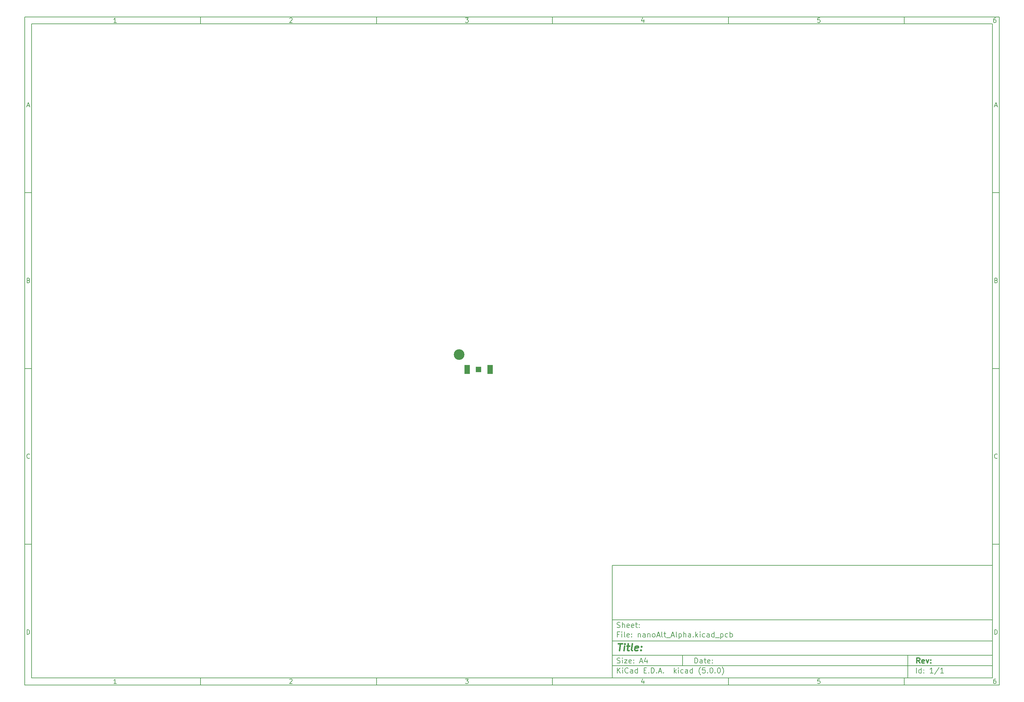
<source format=gbr>
G04 #@! TF.GenerationSoftware,KiCad,Pcbnew,(5.0.0)*
G04 #@! TF.CreationDate,2018-07-29T19:07:46+01:00*
G04 #@! TF.ProjectId,nanoAlt_Alpha,6E616E6F416C745F416C7068612E6B69,rev?*
G04 #@! TF.SameCoordinates,Original*
G04 #@! TF.FileFunction,Soldermask,Bot*
G04 #@! TF.FilePolarity,Negative*
%FSLAX46Y46*%
G04 Gerber Fmt 4.6, Leading zero omitted, Abs format (unit mm)*
G04 Created by KiCad (PCBNEW (5.0.0)) date 07/29/18 19:07:46*
%MOMM*%
%LPD*%
G01*
G04 APERTURE LIST*
%ADD10C,0.100000*%
%ADD11C,0.150000*%
%ADD12C,0.300000*%
%ADD13C,0.400000*%
%ADD14C,3.025400*%
%ADD15R,1.525400X2.525400*%
%ADD16R,1.525400X1.525400*%
G04 APERTURE END LIST*
D10*
D11*
X177002200Y-166007200D02*
X177002200Y-198007200D01*
X285002200Y-198007200D01*
X285002200Y-166007200D01*
X177002200Y-166007200D01*
D10*
D11*
X10000000Y-10000000D02*
X10000000Y-200007200D01*
X287002200Y-200007200D01*
X287002200Y-10000000D01*
X10000000Y-10000000D01*
D10*
D11*
X12000000Y-12000000D02*
X12000000Y-198007200D01*
X285002200Y-198007200D01*
X285002200Y-12000000D01*
X12000000Y-12000000D01*
D10*
D11*
X60000000Y-12000000D02*
X60000000Y-10000000D01*
D10*
D11*
X110000000Y-12000000D02*
X110000000Y-10000000D01*
D10*
D11*
X160000000Y-12000000D02*
X160000000Y-10000000D01*
D10*
D11*
X210000000Y-12000000D02*
X210000000Y-10000000D01*
D10*
D11*
X260000000Y-12000000D02*
X260000000Y-10000000D01*
D10*
D11*
X36065476Y-11588095D02*
X35322619Y-11588095D01*
X35694047Y-11588095D02*
X35694047Y-10288095D01*
X35570238Y-10473809D01*
X35446428Y-10597619D01*
X35322619Y-10659523D01*
D10*
D11*
X85322619Y-10411904D02*
X85384523Y-10350000D01*
X85508333Y-10288095D01*
X85817857Y-10288095D01*
X85941666Y-10350000D01*
X86003571Y-10411904D01*
X86065476Y-10535714D01*
X86065476Y-10659523D01*
X86003571Y-10845238D01*
X85260714Y-11588095D01*
X86065476Y-11588095D01*
D10*
D11*
X135260714Y-10288095D02*
X136065476Y-10288095D01*
X135632142Y-10783333D01*
X135817857Y-10783333D01*
X135941666Y-10845238D01*
X136003571Y-10907142D01*
X136065476Y-11030952D01*
X136065476Y-11340476D01*
X136003571Y-11464285D01*
X135941666Y-11526190D01*
X135817857Y-11588095D01*
X135446428Y-11588095D01*
X135322619Y-11526190D01*
X135260714Y-11464285D01*
D10*
D11*
X185941666Y-10721428D02*
X185941666Y-11588095D01*
X185632142Y-10226190D02*
X185322619Y-11154761D01*
X186127380Y-11154761D01*
D10*
D11*
X236003571Y-10288095D02*
X235384523Y-10288095D01*
X235322619Y-10907142D01*
X235384523Y-10845238D01*
X235508333Y-10783333D01*
X235817857Y-10783333D01*
X235941666Y-10845238D01*
X236003571Y-10907142D01*
X236065476Y-11030952D01*
X236065476Y-11340476D01*
X236003571Y-11464285D01*
X235941666Y-11526190D01*
X235817857Y-11588095D01*
X235508333Y-11588095D01*
X235384523Y-11526190D01*
X235322619Y-11464285D01*
D10*
D11*
X285941666Y-10288095D02*
X285694047Y-10288095D01*
X285570238Y-10350000D01*
X285508333Y-10411904D01*
X285384523Y-10597619D01*
X285322619Y-10845238D01*
X285322619Y-11340476D01*
X285384523Y-11464285D01*
X285446428Y-11526190D01*
X285570238Y-11588095D01*
X285817857Y-11588095D01*
X285941666Y-11526190D01*
X286003571Y-11464285D01*
X286065476Y-11340476D01*
X286065476Y-11030952D01*
X286003571Y-10907142D01*
X285941666Y-10845238D01*
X285817857Y-10783333D01*
X285570238Y-10783333D01*
X285446428Y-10845238D01*
X285384523Y-10907142D01*
X285322619Y-11030952D01*
D10*
D11*
X60000000Y-198007200D02*
X60000000Y-200007200D01*
D10*
D11*
X110000000Y-198007200D02*
X110000000Y-200007200D01*
D10*
D11*
X160000000Y-198007200D02*
X160000000Y-200007200D01*
D10*
D11*
X210000000Y-198007200D02*
X210000000Y-200007200D01*
D10*
D11*
X260000000Y-198007200D02*
X260000000Y-200007200D01*
D10*
D11*
X36065476Y-199595295D02*
X35322619Y-199595295D01*
X35694047Y-199595295D02*
X35694047Y-198295295D01*
X35570238Y-198481009D01*
X35446428Y-198604819D01*
X35322619Y-198666723D01*
D10*
D11*
X85322619Y-198419104D02*
X85384523Y-198357200D01*
X85508333Y-198295295D01*
X85817857Y-198295295D01*
X85941666Y-198357200D01*
X86003571Y-198419104D01*
X86065476Y-198542914D01*
X86065476Y-198666723D01*
X86003571Y-198852438D01*
X85260714Y-199595295D01*
X86065476Y-199595295D01*
D10*
D11*
X135260714Y-198295295D02*
X136065476Y-198295295D01*
X135632142Y-198790533D01*
X135817857Y-198790533D01*
X135941666Y-198852438D01*
X136003571Y-198914342D01*
X136065476Y-199038152D01*
X136065476Y-199347676D01*
X136003571Y-199471485D01*
X135941666Y-199533390D01*
X135817857Y-199595295D01*
X135446428Y-199595295D01*
X135322619Y-199533390D01*
X135260714Y-199471485D01*
D10*
D11*
X185941666Y-198728628D02*
X185941666Y-199595295D01*
X185632142Y-198233390D02*
X185322619Y-199161961D01*
X186127380Y-199161961D01*
D10*
D11*
X236003571Y-198295295D02*
X235384523Y-198295295D01*
X235322619Y-198914342D01*
X235384523Y-198852438D01*
X235508333Y-198790533D01*
X235817857Y-198790533D01*
X235941666Y-198852438D01*
X236003571Y-198914342D01*
X236065476Y-199038152D01*
X236065476Y-199347676D01*
X236003571Y-199471485D01*
X235941666Y-199533390D01*
X235817857Y-199595295D01*
X235508333Y-199595295D01*
X235384523Y-199533390D01*
X235322619Y-199471485D01*
D10*
D11*
X285941666Y-198295295D02*
X285694047Y-198295295D01*
X285570238Y-198357200D01*
X285508333Y-198419104D01*
X285384523Y-198604819D01*
X285322619Y-198852438D01*
X285322619Y-199347676D01*
X285384523Y-199471485D01*
X285446428Y-199533390D01*
X285570238Y-199595295D01*
X285817857Y-199595295D01*
X285941666Y-199533390D01*
X286003571Y-199471485D01*
X286065476Y-199347676D01*
X286065476Y-199038152D01*
X286003571Y-198914342D01*
X285941666Y-198852438D01*
X285817857Y-198790533D01*
X285570238Y-198790533D01*
X285446428Y-198852438D01*
X285384523Y-198914342D01*
X285322619Y-199038152D01*
D10*
D11*
X10000000Y-60000000D02*
X12000000Y-60000000D01*
D10*
D11*
X10000000Y-110000000D02*
X12000000Y-110000000D01*
D10*
D11*
X10000000Y-160000000D02*
X12000000Y-160000000D01*
D10*
D11*
X10690476Y-35216666D02*
X11309523Y-35216666D01*
X10566666Y-35588095D02*
X11000000Y-34288095D01*
X11433333Y-35588095D01*
D10*
D11*
X11092857Y-84907142D02*
X11278571Y-84969047D01*
X11340476Y-85030952D01*
X11402380Y-85154761D01*
X11402380Y-85340476D01*
X11340476Y-85464285D01*
X11278571Y-85526190D01*
X11154761Y-85588095D01*
X10659523Y-85588095D01*
X10659523Y-84288095D01*
X11092857Y-84288095D01*
X11216666Y-84350000D01*
X11278571Y-84411904D01*
X11340476Y-84535714D01*
X11340476Y-84659523D01*
X11278571Y-84783333D01*
X11216666Y-84845238D01*
X11092857Y-84907142D01*
X10659523Y-84907142D01*
D10*
D11*
X11402380Y-135464285D02*
X11340476Y-135526190D01*
X11154761Y-135588095D01*
X11030952Y-135588095D01*
X10845238Y-135526190D01*
X10721428Y-135402380D01*
X10659523Y-135278571D01*
X10597619Y-135030952D01*
X10597619Y-134845238D01*
X10659523Y-134597619D01*
X10721428Y-134473809D01*
X10845238Y-134350000D01*
X11030952Y-134288095D01*
X11154761Y-134288095D01*
X11340476Y-134350000D01*
X11402380Y-134411904D01*
D10*
D11*
X10659523Y-185588095D02*
X10659523Y-184288095D01*
X10969047Y-184288095D01*
X11154761Y-184350000D01*
X11278571Y-184473809D01*
X11340476Y-184597619D01*
X11402380Y-184845238D01*
X11402380Y-185030952D01*
X11340476Y-185278571D01*
X11278571Y-185402380D01*
X11154761Y-185526190D01*
X10969047Y-185588095D01*
X10659523Y-185588095D01*
D10*
D11*
X287002200Y-60000000D02*
X285002200Y-60000000D01*
D10*
D11*
X287002200Y-110000000D02*
X285002200Y-110000000D01*
D10*
D11*
X287002200Y-160000000D02*
X285002200Y-160000000D01*
D10*
D11*
X285692676Y-35216666D02*
X286311723Y-35216666D01*
X285568866Y-35588095D02*
X286002200Y-34288095D01*
X286435533Y-35588095D01*
D10*
D11*
X286095057Y-84907142D02*
X286280771Y-84969047D01*
X286342676Y-85030952D01*
X286404580Y-85154761D01*
X286404580Y-85340476D01*
X286342676Y-85464285D01*
X286280771Y-85526190D01*
X286156961Y-85588095D01*
X285661723Y-85588095D01*
X285661723Y-84288095D01*
X286095057Y-84288095D01*
X286218866Y-84350000D01*
X286280771Y-84411904D01*
X286342676Y-84535714D01*
X286342676Y-84659523D01*
X286280771Y-84783333D01*
X286218866Y-84845238D01*
X286095057Y-84907142D01*
X285661723Y-84907142D01*
D10*
D11*
X286404580Y-135464285D02*
X286342676Y-135526190D01*
X286156961Y-135588095D01*
X286033152Y-135588095D01*
X285847438Y-135526190D01*
X285723628Y-135402380D01*
X285661723Y-135278571D01*
X285599819Y-135030952D01*
X285599819Y-134845238D01*
X285661723Y-134597619D01*
X285723628Y-134473809D01*
X285847438Y-134350000D01*
X286033152Y-134288095D01*
X286156961Y-134288095D01*
X286342676Y-134350000D01*
X286404580Y-134411904D01*
D10*
D11*
X285661723Y-185588095D02*
X285661723Y-184288095D01*
X285971247Y-184288095D01*
X286156961Y-184350000D01*
X286280771Y-184473809D01*
X286342676Y-184597619D01*
X286404580Y-184845238D01*
X286404580Y-185030952D01*
X286342676Y-185278571D01*
X286280771Y-185402380D01*
X286156961Y-185526190D01*
X285971247Y-185588095D01*
X285661723Y-185588095D01*
D10*
D11*
X200434342Y-193785771D02*
X200434342Y-192285771D01*
X200791485Y-192285771D01*
X201005771Y-192357200D01*
X201148628Y-192500057D01*
X201220057Y-192642914D01*
X201291485Y-192928628D01*
X201291485Y-193142914D01*
X201220057Y-193428628D01*
X201148628Y-193571485D01*
X201005771Y-193714342D01*
X200791485Y-193785771D01*
X200434342Y-193785771D01*
X202577200Y-193785771D02*
X202577200Y-193000057D01*
X202505771Y-192857200D01*
X202362914Y-192785771D01*
X202077200Y-192785771D01*
X201934342Y-192857200D01*
X202577200Y-193714342D02*
X202434342Y-193785771D01*
X202077200Y-193785771D01*
X201934342Y-193714342D01*
X201862914Y-193571485D01*
X201862914Y-193428628D01*
X201934342Y-193285771D01*
X202077200Y-193214342D01*
X202434342Y-193214342D01*
X202577200Y-193142914D01*
X203077200Y-192785771D02*
X203648628Y-192785771D01*
X203291485Y-192285771D02*
X203291485Y-193571485D01*
X203362914Y-193714342D01*
X203505771Y-193785771D01*
X203648628Y-193785771D01*
X204720057Y-193714342D02*
X204577200Y-193785771D01*
X204291485Y-193785771D01*
X204148628Y-193714342D01*
X204077200Y-193571485D01*
X204077200Y-193000057D01*
X204148628Y-192857200D01*
X204291485Y-192785771D01*
X204577200Y-192785771D01*
X204720057Y-192857200D01*
X204791485Y-193000057D01*
X204791485Y-193142914D01*
X204077200Y-193285771D01*
X205434342Y-193642914D02*
X205505771Y-193714342D01*
X205434342Y-193785771D01*
X205362914Y-193714342D01*
X205434342Y-193642914D01*
X205434342Y-193785771D01*
X205434342Y-192857200D02*
X205505771Y-192928628D01*
X205434342Y-193000057D01*
X205362914Y-192928628D01*
X205434342Y-192857200D01*
X205434342Y-193000057D01*
D10*
D11*
X177002200Y-194507200D02*
X285002200Y-194507200D01*
D10*
D11*
X178434342Y-196585771D02*
X178434342Y-195085771D01*
X179291485Y-196585771D02*
X178648628Y-195728628D01*
X179291485Y-195085771D02*
X178434342Y-195942914D01*
X179934342Y-196585771D02*
X179934342Y-195585771D01*
X179934342Y-195085771D02*
X179862914Y-195157200D01*
X179934342Y-195228628D01*
X180005771Y-195157200D01*
X179934342Y-195085771D01*
X179934342Y-195228628D01*
X181505771Y-196442914D02*
X181434342Y-196514342D01*
X181220057Y-196585771D01*
X181077200Y-196585771D01*
X180862914Y-196514342D01*
X180720057Y-196371485D01*
X180648628Y-196228628D01*
X180577200Y-195942914D01*
X180577200Y-195728628D01*
X180648628Y-195442914D01*
X180720057Y-195300057D01*
X180862914Y-195157200D01*
X181077200Y-195085771D01*
X181220057Y-195085771D01*
X181434342Y-195157200D01*
X181505771Y-195228628D01*
X182791485Y-196585771D02*
X182791485Y-195800057D01*
X182720057Y-195657200D01*
X182577200Y-195585771D01*
X182291485Y-195585771D01*
X182148628Y-195657200D01*
X182791485Y-196514342D02*
X182648628Y-196585771D01*
X182291485Y-196585771D01*
X182148628Y-196514342D01*
X182077200Y-196371485D01*
X182077200Y-196228628D01*
X182148628Y-196085771D01*
X182291485Y-196014342D01*
X182648628Y-196014342D01*
X182791485Y-195942914D01*
X184148628Y-196585771D02*
X184148628Y-195085771D01*
X184148628Y-196514342D02*
X184005771Y-196585771D01*
X183720057Y-196585771D01*
X183577200Y-196514342D01*
X183505771Y-196442914D01*
X183434342Y-196300057D01*
X183434342Y-195871485D01*
X183505771Y-195728628D01*
X183577200Y-195657200D01*
X183720057Y-195585771D01*
X184005771Y-195585771D01*
X184148628Y-195657200D01*
X186005771Y-195800057D02*
X186505771Y-195800057D01*
X186720057Y-196585771D02*
X186005771Y-196585771D01*
X186005771Y-195085771D01*
X186720057Y-195085771D01*
X187362914Y-196442914D02*
X187434342Y-196514342D01*
X187362914Y-196585771D01*
X187291485Y-196514342D01*
X187362914Y-196442914D01*
X187362914Y-196585771D01*
X188077200Y-196585771D02*
X188077200Y-195085771D01*
X188434342Y-195085771D01*
X188648628Y-195157200D01*
X188791485Y-195300057D01*
X188862914Y-195442914D01*
X188934342Y-195728628D01*
X188934342Y-195942914D01*
X188862914Y-196228628D01*
X188791485Y-196371485D01*
X188648628Y-196514342D01*
X188434342Y-196585771D01*
X188077200Y-196585771D01*
X189577200Y-196442914D02*
X189648628Y-196514342D01*
X189577200Y-196585771D01*
X189505771Y-196514342D01*
X189577200Y-196442914D01*
X189577200Y-196585771D01*
X190220057Y-196157200D02*
X190934342Y-196157200D01*
X190077200Y-196585771D02*
X190577200Y-195085771D01*
X191077200Y-196585771D01*
X191577200Y-196442914D02*
X191648628Y-196514342D01*
X191577200Y-196585771D01*
X191505771Y-196514342D01*
X191577200Y-196442914D01*
X191577200Y-196585771D01*
X194577200Y-196585771D02*
X194577200Y-195085771D01*
X194720057Y-196014342D02*
X195148628Y-196585771D01*
X195148628Y-195585771D02*
X194577200Y-196157200D01*
X195791485Y-196585771D02*
X195791485Y-195585771D01*
X195791485Y-195085771D02*
X195720057Y-195157200D01*
X195791485Y-195228628D01*
X195862914Y-195157200D01*
X195791485Y-195085771D01*
X195791485Y-195228628D01*
X197148628Y-196514342D02*
X197005771Y-196585771D01*
X196720057Y-196585771D01*
X196577200Y-196514342D01*
X196505771Y-196442914D01*
X196434342Y-196300057D01*
X196434342Y-195871485D01*
X196505771Y-195728628D01*
X196577200Y-195657200D01*
X196720057Y-195585771D01*
X197005771Y-195585771D01*
X197148628Y-195657200D01*
X198434342Y-196585771D02*
X198434342Y-195800057D01*
X198362914Y-195657200D01*
X198220057Y-195585771D01*
X197934342Y-195585771D01*
X197791485Y-195657200D01*
X198434342Y-196514342D02*
X198291485Y-196585771D01*
X197934342Y-196585771D01*
X197791485Y-196514342D01*
X197720057Y-196371485D01*
X197720057Y-196228628D01*
X197791485Y-196085771D01*
X197934342Y-196014342D01*
X198291485Y-196014342D01*
X198434342Y-195942914D01*
X199791485Y-196585771D02*
X199791485Y-195085771D01*
X199791485Y-196514342D02*
X199648628Y-196585771D01*
X199362914Y-196585771D01*
X199220057Y-196514342D01*
X199148628Y-196442914D01*
X199077200Y-196300057D01*
X199077200Y-195871485D01*
X199148628Y-195728628D01*
X199220057Y-195657200D01*
X199362914Y-195585771D01*
X199648628Y-195585771D01*
X199791485Y-195657200D01*
X202077200Y-197157200D02*
X202005771Y-197085771D01*
X201862914Y-196871485D01*
X201791485Y-196728628D01*
X201720057Y-196514342D01*
X201648628Y-196157200D01*
X201648628Y-195871485D01*
X201720057Y-195514342D01*
X201791485Y-195300057D01*
X201862914Y-195157200D01*
X202005771Y-194942914D01*
X202077200Y-194871485D01*
X203362914Y-195085771D02*
X202648628Y-195085771D01*
X202577200Y-195800057D01*
X202648628Y-195728628D01*
X202791485Y-195657200D01*
X203148628Y-195657200D01*
X203291485Y-195728628D01*
X203362914Y-195800057D01*
X203434342Y-195942914D01*
X203434342Y-196300057D01*
X203362914Y-196442914D01*
X203291485Y-196514342D01*
X203148628Y-196585771D01*
X202791485Y-196585771D01*
X202648628Y-196514342D01*
X202577200Y-196442914D01*
X204077200Y-196442914D02*
X204148628Y-196514342D01*
X204077200Y-196585771D01*
X204005771Y-196514342D01*
X204077200Y-196442914D01*
X204077200Y-196585771D01*
X205077200Y-195085771D02*
X205220057Y-195085771D01*
X205362914Y-195157200D01*
X205434342Y-195228628D01*
X205505771Y-195371485D01*
X205577200Y-195657200D01*
X205577200Y-196014342D01*
X205505771Y-196300057D01*
X205434342Y-196442914D01*
X205362914Y-196514342D01*
X205220057Y-196585771D01*
X205077200Y-196585771D01*
X204934342Y-196514342D01*
X204862914Y-196442914D01*
X204791485Y-196300057D01*
X204720057Y-196014342D01*
X204720057Y-195657200D01*
X204791485Y-195371485D01*
X204862914Y-195228628D01*
X204934342Y-195157200D01*
X205077200Y-195085771D01*
X206220057Y-196442914D02*
X206291485Y-196514342D01*
X206220057Y-196585771D01*
X206148628Y-196514342D01*
X206220057Y-196442914D01*
X206220057Y-196585771D01*
X207220057Y-195085771D02*
X207362914Y-195085771D01*
X207505771Y-195157200D01*
X207577200Y-195228628D01*
X207648628Y-195371485D01*
X207720057Y-195657200D01*
X207720057Y-196014342D01*
X207648628Y-196300057D01*
X207577200Y-196442914D01*
X207505771Y-196514342D01*
X207362914Y-196585771D01*
X207220057Y-196585771D01*
X207077200Y-196514342D01*
X207005771Y-196442914D01*
X206934342Y-196300057D01*
X206862914Y-196014342D01*
X206862914Y-195657200D01*
X206934342Y-195371485D01*
X207005771Y-195228628D01*
X207077200Y-195157200D01*
X207220057Y-195085771D01*
X208220057Y-197157200D02*
X208291485Y-197085771D01*
X208434342Y-196871485D01*
X208505771Y-196728628D01*
X208577200Y-196514342D01*
X208648628Y-196157200D01*
X208648628Y-195871485D01*
X208577200Y-195514342D01*
X208505771Y-195300057D01*
X208434342Y-195157200D01*
X208291485Y-194942914D01*
X208220057Y-194871485D01*
D10*
D11*
X177002200Y-191507200D02*
X285002200Y-191507200D01*
D10*
D12*
X264411485Y-193785771D02*
X263911485Y-193071485D01*
X263554342Y-193785771D02*
X263554342Y-192285771D01*
X264125771Y-192285771D01*
X264268628Y-192357200D01*
X264340057Y-192428628D01*
X264411485Y-192571485D01*
X264411485Y-192785771D01*
X264340057Y-192928628D01*
X264268628Y-193000057D01*
X264125771Y-193071485D01*
X263554342Y-193071485D01*
X265625771Y-193714342D02*
X265482914Y-193785771D01*
X265197200Y-193785771D01*
X265054342Y-193714342D01*
X264982914Y-193571485D01*
X264982914Y-193000057D01*
X265054342Y-192857200D01*
X265197200Y-192785771D01*
X265482914Y-192785771D01*
X265625771Y-192857200D01*
X265697200Y-193000057D01*
X265697200Y-193142914D01*
X264982914Y-193285771D01*
X266197200Y-192785771D02*
X266554342Y-193785771D01*
X266911485Y-192785771D01*
X267482914Y-193642914D02*
X267554342Y-193714342D01*
X267482914Y-193785771D01*
X267411485Y-193714342D01*
X267482914Y-193642914D01*
X267482914Y-193785771D01*
X267482914Y-192857200D02*
X267554342Y-192928628D01*
X267482914Y-193000057D01*
X267411485Y-192928628D01*
X267482914Y-192857200D01*
X267482914Y-193000057D01*
D10*
D11*
X178362914Y-193714342D02*
X178577200Y-193785771D01*
X178934342Y-193785771D01*
X179077200Y-193714342D01*
X179148628Y-193642914D01*
X179220057Y-193500057D01*
X179220057Y-193357200D01*
X179148628Y-193214342D01*
X179077200Y-193142914D01*
X178934342Y-193071485D01*
X178648628Y-193000057D01*
X178505771Y-192928628D01*
X178434342Y-192857200D01*
X178362914Y-192714342D01*
X178362914Y-192571485D01*
X178434342Y-192428628D01*
X178505771Y-192357200D01*
X178648628Y-192285771D01*
X179005771Y-192285771D01*
X179220057Y-192357200D01*
X179862914Y-193785771D02*
X179862914Y-192785771D01*
X179862914Y-192285771D02*
X179791485Y-192357200D01*
X179862914Y-192428628D01*
X179934342Y-192357200D01*
X179862914Y-192285771D01*
X179862914Y-192428628D01*
X180434342Y-192785771D02*
X181220057Y-192785771D01*
X180434342Y-193785771D01*
X181220057Y-193785771D01*
X182362914Y-193714342D02*
X182220057Y-193785771D01*
X181934342Y-193785771D01*
X181791485Y-193714342D01*
X181720057Y-193571485D01*
X181720057Y-193000057D01*
X181791485Y-192857200D01*
X181934342Y-192785771D01*
X182220057Y-192785771D01*
X182362914Y-192857200D01*
X182434342Y-193000057D01*
X182434342Y-193142914D01*
X181720057Y-193285771D01*
X183077200Y-193642914D02*
X183148628Y-193714342D01*
X183077200Y-193785771D01*
X183005771Y-193714342D01*
X183077200Y-193642914D01*
X183077200Y-193785771D01*
X183077200Y-192857200D02*
X183148628Y-192928628D01*
X183077200Y-193000057D01*
X183005771Y-192928628D01*
X183077200Y-192857200D01*
X183077200Y-193000057D01*
X184862914Y-193357200D02*
X185577200Y-193357200D01*
X184720057Y-193785771D02*
X185220057Y-192285771D01*
X185720057Y-193785771D01*
X186862914Y-192785771D02*
X186862914Y-193785771D01*
X186505771Y-192214342D02*
X186148628Y-193285771D01*
X187077200Y-193285771D01*
D10*
D11*
X263434342Y-196585771D02*
X263434342Y-195085771D01*
X264791485Y-196585771D02*
X264791485Y-195085771D01*
X264791485Y-196514342D02*
X264648628Y-196585771D01*
X264362914Y-196585771D01*
X264220057Y-196514342D01*
X264148628Y-196442914D01*
X264077200Y-196300057D01*
X264077200Y-195871485D01*
X264148628Y-195728628D01*
X264220057Y-195657200D01*
X264362914Y-195585771D01*
X264648628Y-195585771D01*
X264791485Y-195657200D01*
X265505771Y-196442914D02*
X265577200Y-196514342D01*
X265505771Y-196585771D01*
X265434342Y-196514342D01*
X265505771Y-196442914D01*
X265505771Y-196585771D01*
X265505771Y-195657200D02*
X265577200Y-195728628D01*
X265505771Y-195800057D01*
X265434342Y-195728628D01*
X265505771Y-195657200D01*
X265505771Y-195800057D01*
X268148628Y-196585771D02*
X267291485Y-196585771D01*
X267720057Y-196585771D02*
X267720057Y-195085771D01*
X267577200Y-195300057D01*
X267434342Y-195442914D01*
X267291485Y-195514342D01*
X269862914Y-195014342D02*
X268577200Y-196942914D01*
X271148628Y-196585771D02*
X270291485Y-196585771D01*
X270720057Y-196585771D02*
X270720057Y-195085771D01*
X270577200Y-195300057D01*
X270434342Y-195442914D01*
X270291485Y-195514342D01*
D10*
D11*
X177002200Y-187507200D02*
X285002200Y-187507200D01*
D10*
D13*
X178714580Y-188211961D02*
X179857438Y-188211961D01*
X179036009Y-190211961D02*
X179286009Y-188211961D01*
X180274104Y-190211961D02*
X180440771Y-188878628D01*
X180524104Y-188211961D02*
X180416961Y-188307200D01*
X180500295Y-188402438D01*
X180607438Y-188307200D01*
X180524104Y-188211961D01*
X180500295Y-188402438D01*
X181107438Y-188878628D02*
X181869342Y-188878628D01*
X181476485Y-188211961D02*
X181262200Y-189926247D01*
X181333628Y-190116723D01*
X181512200Y-190211961D01*
X181702676Y-190211961D01*
X182655057Y-190211961D02*
X182476485Y-190116723D01*
X182405057Y-189926247D01*
X182619342Y-188211961D01*
X184190771Y-190116723D02*
X183988390Y-190211961D01*
X183607438Y-190211961D01*
X183428866Y-190116723D01*
X183357438Y-189926247D01*
X183452676Y-189164342D01*
X183571723Y-188973866D01*
X183774104Y-188878628D01*
X184155057Y-188878628D01*
X184333628Y-188973866D01*
X184405057Y-189164342D01*
X184381247Y-189354819D01*
X183405057Y-189545295D01*
X185155057Y-190021485D02*
X185238390Y-190116723D01*
X185131247Y-190211961D01*
X185047914Y-190116723D01*
X185155057Y-190021485D01*
X185131247Y-190211961D01*
X185286009Y-188973866D02*
X185369342Y-189069104D01*
X185262200Y-189164342D01*
X185178866Y-189069104D01*
X185286009Y-188973866D01*
X185262200Y-189164342D01*
D10*
D11*
X178934342Y-185600057D02*
X178434342Y-185600057D01*
X178434342Y-186385771D02*
X178434342Y-184885771D01*
X179148628Y-184885771D01*
X179720057Y-186385771D02*
X179720057Y-185385771D01*
X179720057Y-184885771D02*
X179648628Y-184957200D01*
X179720057Y-185028628D01*
X179791485Y-184957200D01*
X179720057Y-184885771D01*
X179720057Y-185028628D01*
X180648628Y-186385771D02*
X180505771Y-186314342D01*
X180434342Y-186171485D01*
X180434342Y-184885771D01*
X181791485Y-186314342D02*
X181648628Y-186385771D01*
X181362914Y-186385771D01*
X181220057Y-186314342D01*
X181148628Y-186171485D01*
X181148628Y-185600057D01*
X181220057Y-185457200D01*
X181362914Y-185385771D01*
X181648628Y-185385771D01*
X181791485Y-185457200D01*
X181862914Y-185600057D01*
X181862914Y-185742914D01*
X181148628Y-185885771D01*
X182505771Y-186242914D02*
X182577200Y-186314342D01*
X182505771Y-186385771D01*
X182434342Y-186314342D01*
X182505771Y-186242914D01*
X182505771Y-186385771D01*
X182505771Y-185457200D02*
X182577200Y-185528628D01*
X182505771Y-185600057D01*
X182434342Y-185528628D01*
X182505771Y-185457200D01*
X182505771Y-185600057D01*
X184362914Y-185385771D02*
X184362914Y-186385771D01*
X184362914Y-185528628D02*
X184434342Y-185457200D01*
X184577200Y-185385771D01*
X184791485Y-185385771D01*
X184934342Y-185457200D01*
X185005771Y-185600057D01*
X185005771Y-186385771D01*
X186362914Y-186385771D02*
X186362914Y-185600057D01*
X186291485Y-185457200D01*
X186148628Y-185385771D01*
X185862914Y-185385771D01*
X185720057Y-185457200D01*
X186362914Y-186314342D02*
X186220057Y-186385771D01*
X185862914Y-186385771D01*
X185720057Y-186314342D01*
X185648628Y-186171485D01*
X185648628Y-186028628D01*
X185720057Y-185885771D01*
X185862914Y-185814342D01*
X186220057Y-185814342D01*
X186362914Y-185742914D01*
X187077200Y-185385771D02*
X187077200Y-186385771D01*
X187077200Y-185528628D02*
X187148628Y-185457200D01*
X187291485Y-185385771D01*
X187505771Y-185385771D01*
X187648628Y-185457200D01*
X187720057Y-185600057D01*
X187720057Y-186385771D01*
X188648628Y-186385771D02*
X188505771Y-186314342D01*
X188434342Y-186242914D01*
X188362914Y-186100057D01*
X188362914Y-185671485D01*
X188434342Y-185528628D01*
X188505771Y-185457200D01*
X188648628Y-185385771D01*
X188862914Y-185385771D01*
X189005771Y-185457200D01*
X189077200Y-185528628D01*
X189148628Y-185671485D01*
X189148628Y-186100057D01*
X189077200Y-186242914D01*
X189005771Y-186314342D01*
X188862914Y-186385771D01*
X188648628Y-186385771D01*
X189720057Y-185957200D02*
X190434342Y-185957200D01*
X189577200Y-186385771D02*
X190077200Y-184885771D01*
X190577200Y-186385771D01*
X191291485Y-186385771D02*
X191148628Y-186314342D01*
X191077200Y-186171485D01*
X191077200Y-184885771D01*
X191648628Y-185385771D02*
X192220057Y-185385771D01*
X191862914Y-184885771D02*
X191862914Y-186171485D01*
X191934342Y-186314342D01*
X192077200Y-186385771D01*
X192220057Y-186385771D01*
X192362914Y-186528628D02*
X193505771Y-186528628D01*
X193791485Y-185957200D02*
X194505771Y-185957200D01*
X193648628Y-186385771D02*
X194148628Y-184885771D01*
X194648628Y-186385771D01*
X195362914Y-186385771D02*
X195220057Y-186314342D01*
X195148628Y-186171485D01*
X195148628Y-184885771D01*
X195934342Y-185385771D02*
X195934342Y-186885771D01*
X195934342Y-185457200D02*
X196077200Y-185385771D01*
X196362914Y-185385771D01*
X196505771Y-185457200D01*
X196577200Y-185528628D01*
X196648628Y-185671485D01*
X196648628Y-186100057D01*
X196577200Y-186242914D01*
X196505771Y-186314342D01*
X196362914Y-186385771D01*
X196077200Y-186385771D01*
X195934342Y-186314342D01*
X197291485Y-186385771D02*
X197291485Y-184885771D01*
X197934342Y-186385771D02*
X197934342Y-185600057D01*
X197862914Y-185457200D01*
X197720057Y-185385771D01*
X197505771Y-185385771D01*
X197362914Y-185457200D01*
X197291485Y-185528628D01*
X199291485Y-186385771D02*
X199291485Y-185600057D01*
X199220057Y-185457200D01*
X199077200Y-185385771D01*
X198791485Y-185385771D01*
X198648628Y-185457200D01*
X199291485Y-186314342D02*
X199148628Y-186385771D01*
X198791485Y-186385771D01*
X198648628Y-186314342D01*
X198577200Y-186171485D01*
X198577200Y-186028628D01*
X198648628Y-185885771D01*
X198791485Y-185814342D01*
X199148628Y-185814342D01*
X199291485Y-185742914D01*
X200005771Y-186242914D02*
X200077200Y-186314342D01*
X200005771Y-186385771D01*
X199934342Y-186314342D01*
X200005771Y-186242914D01*
X200005771Y-186385771D01*
X200720057Y-186385771D02*
X200720057Y-184885771D01*
X200862914Y-185814342D02*
X201291485Y-186385771D01*
X201291485Y-185385771D02*
X200720057Y-185957200D01*
X201934342Y-186385771D02*
X201934342Y-185385771D01*
X201934342Y-184885771D02*
X201862914Y-184957200D01*
X201934342Y-185028628D01*
X202005771Y-184957200D01*
X201934342Y-184885771D01*
X201934342Y-185028628D01*
X203291485Y-186314342D02*
X203148628Y-186385771D01*
X202862914Y-186385771D01*
X202720057Y-186314342D01*
X202648628Y-186242914D01*
X202577200Y-186100057D01*
X202577200Y-185671485D01*
X202648628Y-185528628D01*
X202720057Y-185457200D01*
X202862914Y-185385771D01*
X203148628Y-185385771D01*
X203291485Y-185457200D01*
X204577200Y-186385771D02*
X204577200Y-185600057D01*
X204505771Y-185457200D01*
X204362914Y-185385771D01*
X204077200Y-185385771D01*
X203934342Y-185457200D01*
X204577200Y-186314342D02*
X204434342Y-186385771D01*
X204077200Y-186385771D01*
X203934342Y-186314342D01*
X203862914Y-186171485D01*
X203862914Y-186028628D01*
X203934342Y-185885771D01*
X204077200Y-185814342D01*
X204434342Y-185814342D01*
X204577200Y-185742914D01*
X205934342Y-186385771D02*
X205934342Y-184885771D01*
X205934342Y-186314342D02*
X205791485Y-186385771D01*
X205505771Y-186385771D01*
X205362914Y-186314342D01*
X205291485Y-186242914D01*
X205220057Y-186100057D01*
X205220057Y-185671485D01*
X205291485Y-185528628D01*
X205362914Y-185457200D01*
X205505771Y-185385771D01*
X205791485Y-185385771D01*
X205934342Y-185457200D01*
X206291485Y-186528628D02*
X207434342Y-186528628D01*
X207791485Y-185385771D02*
X207791485Y-186885771D01*
X207791485Y-185457200D02*
X207934342Y-185385771D01*
X208220057Y-185385771D01*
X208362914Y-185457200D01*
X208434342Y-185528628D01*
X208505771Y-185671485D01*
X208505771Y-186100057D01*
X208434342Y-186242914D01*
X208362914Y-186314342D01*
X208220057Y-186385771D01*
X207934342Y-186385771D01*
X207791485Y-186314342D01*
X209791485Y-186314342D02*
X209648628Y-186385771D01*
X209362914Y-186385771D01*
X209220057Y-186314342D01*
X209148628Y-186242914D01*
X209077200Y-186100057D01*
X209077200Y-185671485D01*
X209148628Y-185528628D01*
X209220057Y-185457200D01*
X209362914Y-185385771D01*
X209648628Y-185385771D01*
X209791485Y-185457200D01*
X210434342Y-186385771D02*
X210434342Y-184885771D01*
X210434342Y-185457200D02*
X210577200Y-185385771D01*
X210862914Y-185385771D01*
X211005771Y-185457200D01*
X211077200Y-185528628D01*
X211148628Y-185671485D01*
X211148628Y-186100057D01*
X211077200Y-186242914D01*
X211005771Y-186314342D01*
X210862914Y-186385771D01*
X210577200Y-186385771D01*
X210434342Y-186314342D01*
D10*
D11*
X177002200Y-181507200D02*
X285002200Y-181507200D01*
D10*
D11*
X178362914Y-183614342D02*
X178577200Y-183685771D01*
X178934342Y-183685771D01*
X179077200Y-183614342D01*
X179148628Y-183542914D01*
X179220057Y-183400057D01*
X179220057Y-183257200D01*
X179148628Y-183114342D01*
X179077200Y-183042914D01*
X178934342Y-182971485D01*
X178648628Y-182900057D01*
X178505771Y-182828628D01*
X178434342Y-182757200D01*
X178362914Y-182614342D01*
X178362914Y-182471485D01*
X178434342Y-182328628D01*
X178505771Y-182257200D01*
X178648628Y-182185771D01*
X179005771Y-182185771D01*
X179220057Y-182257200D01*
X179862914Y-183685771D02*
X179862914Y-182185771D01*
X180505771Y-183685771D02*
X180505771Y-182900057D01*
X180434342Y-182757200D01*
X180291485Y-182685771D01*
X180077200Y-182685771D01*
X179934342Y-182757200D01*
X179862914Y-182828628D01*
X181791485Y-183614342D02*
X181648628Y-183685771D01*
X181362914Y-183685771D01*
X181220057Y-183614342D01*
X181148628Y-183471485D01*
X181148628Y-182900057D01*
X181220057Y-182757200D01*
X181362914Y-182685771D01*
X181648628Y-182685771D01*
X181791485Y-182757200D01*
X181862914Y-182900057D01*
X181862914Y-183042914D01*
X181148628Y-183185771D01*
X183077200Y-183614342D02*
X182934342Y-183685771D01*
X182648628Y-183685771D01*
X182505771Y-183614342D01*
X182434342Y-183471485D01*
X182434342Y-182900057D01*
X182505771Y-182757200D01*
X182648628Y-182685771D01*
X182934342Y-182685771D01*
X183077200Y-182757200D01*
X183148628Y-182900057D01*
X183148628Y-183042914D01*
X182434342Y-183185771D01*
X183577200Y-182685771D02*
X184148628Y-182685771D01*
X183791485Y-182185771D02*
X183791485Y-183471485D01*
X183862914Y-183614342D01*
X184005771Y-183685771D01*
X184148628Y-183685771D01*
X184648628Y-183542914D02*
X184720057Y-183614342D01*
X184648628Y-183685771D01*
X184577200Y-183614342D01*
X184648628Y-183542914D01*
X184648628Y-183685771D01*
X184648628Y-182757200D02*
X184720057Y-182828628D01*
X184648628Y-182900057D01*
X184577200Y-182828628D01*
X184648628Y-182757200D01*
X184648628Y-182900057D01*
D10*
D11*
X197002200Y-191507200D02*
X197002200Y-194507200D01*
D10*
D11*
X261002200Y-191507200D02*
X261002200Y-198007200D01*
D14*
G04 #@! TO.C,INTEGRATE*
X133500000Y-106000000D03*
G04 #@! TD*
D15*
G04 #@! TO.C,BATT_3V*
X142250000Y-110250000D03*
X135750000Y-110250000D03*
D16*
X139000000Y-110250000D03*
G04 #@! TD*
M02*

</source>
